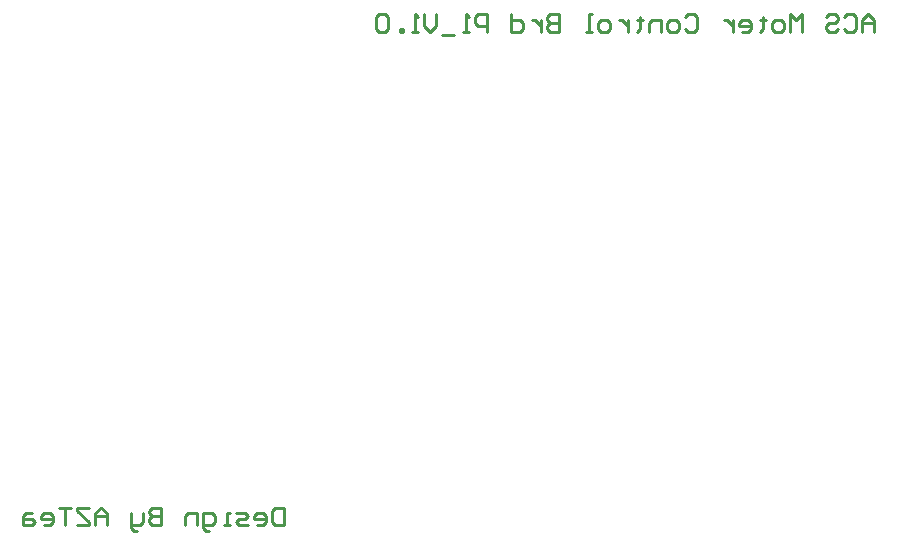
<source format=gbo>
G04*
G04 #@! TF.GenerationSoftware,Altium Limited,Altium Designer,21.0.9 (235)*
G04*
G04 Layer_Color=32896*
%FSLAX25Y25*%
%MOIN*%
G70*
G04*
G04 #@! TF.SameCoordinates,074C7CE2-B8ED-49E8-8598-2E4F6B166CDE*
G04*
G04*
G04 #@! TF.FilePolarity,Positive*
G04*
G01*
G75*
%ADD11C,0.01000*%
D11*
X282465Y288525D02*
Y282527D01*
X279466D01*
X278466Y283527D01*
Y287525D01*
X279466Y288525D01*
X282465D01*
X273467Y282527D02*
X275467D01*
X276466Y283527D01*
Y285526D01*
X275467Y286526D01*
X273467D01*
X272468Y285526D01*
Y284526D01*
X276466D01*
X270468Y282527D02*
X267469D01*
X266470Y283527D01*
X267469Y284526D01*
X269469D01*
X270468Y285526D01*
X269469Y286526D01*
X266470D01*
X264470Y282527D02*
X262471D01*
X263471D01*
Y286526D01*
X264470D01*
X257473Y280528D02*
X256473D01*
X255473Y281527D01*
Y286526D01*
X258472D01*
X259472Y285526D01*
Y283527D01*
X258472Y282527D01*
X255473D01*
X253474D02*
Y286526D01*
X250475D01*
X249475Y285526D01*
Y282527D01*
X241478Y288525D02*
Y282527D01*
X238479D01*
X237479Y283527D01*
Y284526D01*
X238479Y285526D01*
X241478D01*
X238479D01*
X237479Y286526D01*
Y287525D01*
X238479Y288525D01*
X241478D01*
X235480Y286526D02*
Y283527D01*
X234480Y282527D01*
X231481D01*
Y281527D01*
X232481Y280528D01*
X233480D01*
X231481Y282527D02*
Y286526D01*
X223484Y282527D02*
Y286526D01*
X221484Y288525D01*
X219485Y286526D01*
Y282527D01*
Y285526D01*
X223484D01*
X217486Y288525D02*
X213487D01*
Y287525D01*
X217486Y283527D01*
Y282527D01*
X213487D01*
X211488Y288525D02*
X207489D01*
X209488D01*
Y282527D01*
X202490D02*
X204490D01*
X205489Y283527D01*
Y285526D01*
X204490Y286526D01*
X202490D01*
X201491Y285526D01*
Y284526D01*
X205489D01*
X198492Y286526D02*
X196492D01*
X195493Y285526D01*
Y282527D01*
X198492D01*
X199491Y283527D01*
X198492Y284526D01*
X195493D01*
X479315Y446882D02*
Y450880D01*
X477316Y452880D01*
X475316Y450880D01*
Y446882D01*
Y449881D01*
X479315D01*
X469318Y451880D02*
X470318Y452880D01*
X472317D01*
X473317Y451880D01*
Y447881D01*
X472317Y446882D01*
X470318D01*
X469318Y447881D01*
X463320Y451880D02*
X464320Y452880D01*
X466319D01*
X467319Y451880D01*
Y450880D01*
X466319Y449881D01*
X464320D01*
X463320Y448881D01*
Y447881D01*
X464320Y446882D01*
X466319D01*
X467319Y447881D01*
X455323Y446882D02*
Y452880D01*
X453323Y450880D01*
X451324Y452880D01*
Y446882D01*
X448325D02*
X446326D01*
X445326Y447881D01*
Y449881D01*
X446326Y450880D01*
X448325D01*
X449325Y449881D01*
Y447881D01*
X448325Y446882D01*
X442327Y451880D02*
Y450880D01*
X443327D01*
X441327D01*
X442327D01*
Y447881D01*
X441327Y446882D01*
X435329D02*
X437328D01*
X438328Y447881D01*
Y449881D01*
X437328Y450880D01*
X435329D01*
X434330Y449881D01*
Y448881D01*
X438328D01*
X432330Y450880D02*
Y446882D01*
Y448881D01*
X431330Y449881D01*
X430331Y450880D01*
X429331D01*
X416335Y451880D02*
X417335Y452880D01*
X419334D01*
X420334Y451880D01*
Y447881D01*
X419334Y446882D01*
X417335D01*
X416335Y447881D01*
X413336Y446882D02*
X411337D01*
X410337Y447881D01*
Y449881D01*
X411337Y450880D01*
X413336D01*
X414336Y449881D01*
Y447881D01*
X413336Y446882D01*
X408338D02*
Y450880D01*
X405339D01*
X404339Y449881D01*
Y446882D01*
X401340Y451880D02*
Y450880D01*
X402340D01*
X400341D01*
X401340D01*
Y447881D01*
X400341Y446882D01*
X397341Y450880D02*
Y446882D01*
Y448881D01*
X396342Y449881D01*
X395342Y450880D01*
X394342D01*
X390344Y446882D02*
X388344D01*
X387345Y447881D01*
Y449881D01*
X388344Y450880D01*
X390344D01*
X391343Y449881D01*
Y447881D01*
X390344Y446882D01*
X385345D02*
X383346D01*
X384346D01*
Y452880D01*
X385345D01*
X374349D02*
Y446882D01*
X371350D01*
X370350Y447881D01*
Y448881D01*
X371350Y449881D01*
X374349D01*
X371350D01*
X370350Y450880D01*
Y451880D01*
X371350Y452880D01*
X374349D01*
X368351Y450880D02*
Y446882D01*
Y448881D01*
X367351Y449881D01*
X366352Y450880D01*
X365352D01*
X358354Y452880D02*
Y446882D01*
X361353D01*
X362353Y447881D01*
Y449881D01*
X361353Y450880D01*
X358354D01*
X350357Y446882D02*
Y452880D01*
X347358D01*
X346358Y451880D01*
Y449881D01*
X347358Y448881D01*
X350357D01*
X344359Y446882D02*
X342359D01*
X343359D01*
Y452880D01*
X344359Y451880D01*
X339360Y445882D02*
X335362D01*
X333362Y452880D02*
Y448881D01*
X331363Y446882D01*
X329363Y448881D01*
Y452880D01*
X327364Y446882D02*
X325365D01*
X326364D01*
Y452880D01*
X327364Y451880D01*
X322366Y446882D02*
Y447881D01*
X321366D01*
Y446882D01*
X322366D01*
X317367Y451880D02*
X316368Y452880D01*
X314368D01*
X313369Y451880D01*
Y447881D01*
X314368Y446882D01*
X316368D01*
X317367Y447881D01*
Y451880D01*
M02*

</source>
